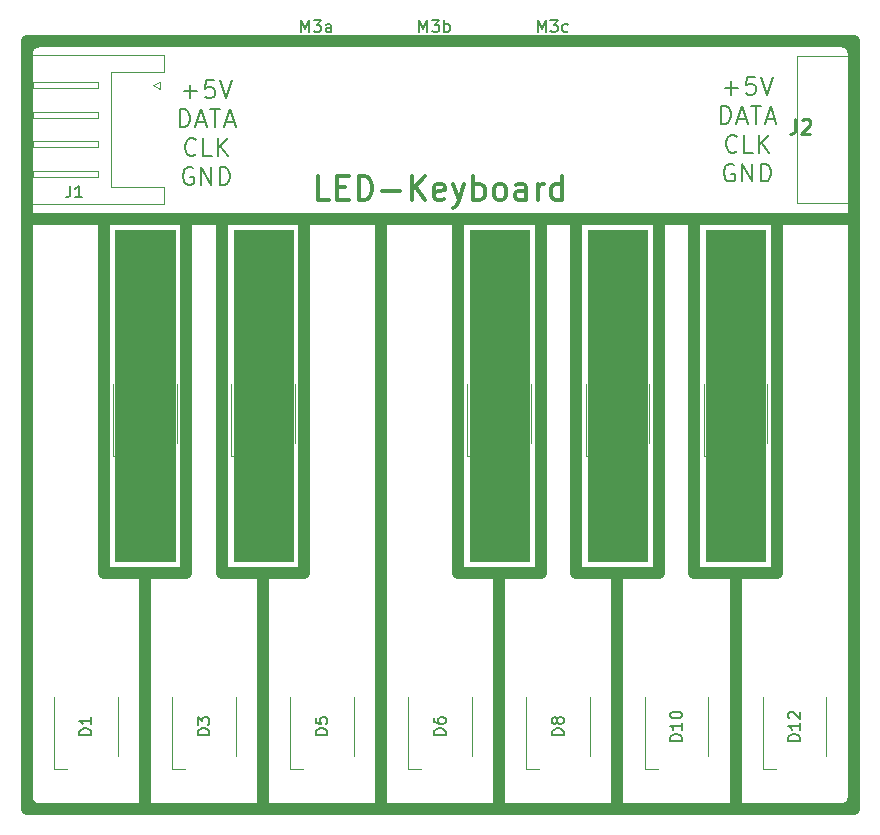
<source format=gbr>
G04 #@! TF.GenerationSoftware,KiCad,Pcbnew,(5.1.0)-1*
G04 #@! TF.CreationDate,2019-08-05T10:11:54+09:00*
G04 #@! TF.ProjectId,APA102,41504131-3032-42e6-9b69-6361645f7063,rev?*
G04 #@! TF.SameCoordinates,Original*
G04 #@! TF.FileFunction,Legend,Top*
G04 #@! TF.FilePolarity,Positive*
%FSLAX46Y46*%
G04 Gerber Fmt 4.6, Leading zero omitted, Abs format (unit mm)*
G04 Created by KiCad (PCBNEW (5.1.0)-1) date 2019-08-05 10:11:54*
%MOMM*%
%LPD*%
G04 APERTURE LIST*
%ADD10C,1.000000*%
%ADD11C,0.200000*%
%ADD12C,0.300000*%
%ADD13C,0.100000*%
%ADD14C,0.120000*%
%ADD15C,0.150000*%
%ADD16C,0.254000*%
G04 APERTURE END LIST*
D10*
X156500000Y-45000000D02*
X156500000Y-75000000D01*
D11*
X159071428Y-33932142D02*
X160214285Y-33932142D01*
X159642857Y-34503571D02*
X159642857Y-33360714D01*
X161642857Y-33003571D02*
X160928571Y-33003571D01*
X160857142Y-33717857D01*
X160928571Y-33646428D01*
X161071428Y-33575000D01*
X161428571Y-33575000D01*
X161571428Y-33646428D01*
X161642857Y-33717857D01*
X161714285Y-33860714D01*
X161714285Y-34217857D01*
X161642857Y-34360714D01*
X161571428Y-34432142D01*
X161428571Y-34503571D01*
X161071428Y-34503571D01*
X160928571Y-34432142D01*
X160857142Y-34360714D01*
X162142857Y-33003571D02*
X162642857Y-34503571D01*
X163142857Y-33003571D01*
X158750000Y-36953571D02*
X158750000Y-35453571D01*
X159107142Y-35453571D01*
X159321428Y-35525000D01*
X159464285Y-35667857D01*
X159535714Y-35810714D01*
X159607142Y-36096428D01*
X159607142Y-36310714D01*
X159535714Y-36596428D01*
X159464285Y-36739285D01*
X159321428Y-36882142D01*
X159107142Y-36953571D01*
X158750000Y-36953571D01*
X160178571Y-36525000D02*
X160892857Y-36525000D01*
X160035714Y-36953571D02*
X160535714Y-35453571D01*
X161035714Y-36953571D01*
X161321428Y-35453571D02*
X162178571Y-35453571D01*
X161750000Y-36953571D02*
X161750000Y-35453571D01*
X162607142Y-36525000D02*
X163321428Y-36525000D01*
X162464285Y-36953571D02*
X162964285Y-35453571D01*
X163464285Y-36953571D01*
X160107142Y-39260714D02*
X160035714Y-39332142D01*
X159821428Y-39403571D01*
X159678571Y-39403571D01*
X159464285Y-39332142D01*
X159321428Y-39189285D01*
X159250000Y-39046428D01*
X159178571Y-38760714D01*
X159178571Y-38546428D01*
X159250000Y-38260714D01*
X159321428Y-38117857D01*
X159464285Y-37975000D01*
X159678571Y-37903571D01*
X159821428Y-37903571D01*
X160035714Y-37975000D01*
X160107142Y-38046428D01*
X161464285Y-39403571D02*
X160750000Y-39403571D01*
X160750000Y-37903571D01*
X161964285Y-39403571D02*
X161964285Y-37903571D01*
X162821428Y-39403571D02*
X162178571Y-38546428D01*
X162821428Y-37903571D02*
X161964285Y-38760714D01*
X159857142Y-40425000D02*
X159714285Y-40353571D01*
X159500000Y-40353571D01*
X159285714Y-40425000D01*
X159142857Y-40567857D01*
X159071428Y-40710714D01*
X159000000Y-40996428D01*
X159000000Y-41210714D01*
X159071428Y-41496428D01*
X159142857Y-41639285D01*
X159285714Y-41782142D01*
X159500000Y-41853571D01*
X159642857Y-41853571D01*
X159857142Y-41782142D01*
X159928571Y-41710714D01*
X159928571Y-41210714D01*
X159642857Y-41210714D01*
X160571428Y-41853571D02*
X160571428Y-40353571D01*
X161428571Y-41853571D01*
X161428571Y-40353571D01*
X162142857Y-41853571D02*
X162142857Y-40353571D01*
X162500000Y-40353571D01*
X162714285Y-40425000D01*
X162857142Y-40567857D01*
X162928571Y-40710714D01*
X163000000Y-40996428D01*
X163000000Y-41210714D01*
X162928571Y-41496428D01*
X162857142Y-41639285D01*
X162714285Y-41782142D01*
X162500000Y-41853571D01*
X162142857Y-41853571D01*
D10*
X120000000Y-45000000D02*
X130000000Y-45000000D01*
D11*
X113271428Y-34232142D02*
X114414285Y-34232142D01*
X113842857Y-34803571D02*
X113842857Y-33660714D01*
X115842857Y-33303571D02*
X115128571Y-33303571D01*
X115057142Y-34017857D01*
X115128571Y-33946428D01*
X115271428Y-33875000D01*
X115628571Y-33875000D01*
X115771428Y-33946428D01*
X115842857Y-34017857D01*
X115914285Y-34160714D01*
X115914285Y-34517857D01*
X115842857Y-34660714D01*
X115771428Y-34732142D01*
X115628571Y-34803571D01*
X115271428Y-34803571D01*
X115128571Y-34732142D01*
X115057142Y-34660714D01*
X116342857Y-33303571D02*
X116842857Y-34803571D01*
X117342857Y-33303571D01*
X112950000Y-37253571D02*
X112950000Y-35753571D01*
X113307142Y-35753571D01*
X113521428Y-35825000D01*
X113664285Y-35967857D01*
X113735714Y-36110714D01*
X113807142Y-36396428D01*
X113807142Y-36610714D01*
X113735714Y-36896428D01*
X113664285Y-37039285D01*
X113521428Y-37182142D01*
X113307142Y-37253571D01*
X112950000Y-37253571D01*
X114378571Y-36825000D02*
X115092857Y-36825000D01*
X114235714Y-37253571D02*
X114735714Y-35753571D01*
X115235714Y-37253571D01*
X115521428Y-35753571D02*
X116378571Y-35753571D01*
X115950000Y-37253571D02*
X115950000Y-35753571D01*
X116807142Y-36825000D02*
X117521428Y-36825000D01*
X116664285Y-37253571D02*
X117164285Y-35753571D01*
X117664285Y-37253571D01*
X114307142Y-39560714D02*
X114235714Y-39632142D01*
X114021428Y-39703571D01*
X113878571Y-39703571D01*
X113664285Y-39632142D01*
X113521428Y-39489285D01*
X113450000Y-39346428D01*
X113378571Y-39060714D01*
X113378571Y-38846428D01*
X113450000Y-38560714D01*
X113521428Y-38417857D01*
X113664285Y-38275000D01*
X113878571Y-38203571D01*
X114021428Y-38203571D01*
X114235714Y-38275000D01*
X114307142Y-38346428D01*
X115664285Y-39703571D02*
X114950000Y-39703571D01*
X114950000Y-38203571D01*
X116164285Y-39703571D02*
X116164285Y-38203571D01*
X117021428Y-39703571D02*
X116378571Y-38846428D01*
X117021428Y-38203571D02*
X116164285Y-39060714D01*
X114057142Y-40725000D02*
X113914285Y-40653571D01*
X113700000Y-40653571D01*
X113485714Y-40725000D01*
X113342857Y-40867857D01*
X113271428Y-41010714D01*
X113200000Y-41296428D01*
X113200000Y-41510714D01*
X113271428Y-41796428D01*
X113342857Y-41939285D01*
X113485714Y-42082142D01*
X113700000Y-42153571D01*
X113842857Y-42153571D01*
X114057142Y-42082142D01*
X114128571Y-42010714D01*
X114128571Y-41510714D01*
X113842857Y-41510714D01*
X114771428Y-42153571D02*
X114771428Y-40653571D01*
X115628571Y-42153571D01*
X115628571Y-40653571D01*
X116342857Y-42153571D02*
X116342857Y-40653571D01*
X116700000Y-40653571D01*
X116914285Y-40725000D01*
X117057142Y-40867857D01*
X117128571Y-41010714D01*
X117200000Y-41296428D01*
X117200000Y-41510714D01*
X117128571Y-41796428D01*
X117057142Y-41939285D01*
X116914285Y-42082142D01*
X116700000Y-42153571D01*
X116342857Y-42153571D01*
D10*
X100000000Y-31000000D02*
G75*
G02X101000000Y-30000000I1000000J0D01*
G01*
X169000000Y-30000000D02*
G75*
G02X170000000Y-31000000I0J-1000000D01*
G01*
X101000000Y-95000000D02*
G75*
G02X100000000Y-94000000I0J1000000D01*
G01*
X170000000Y-94000000D02*
G75*
G02X169000000Y-95000000I-1000000J0D01*
G01*
D12*
X125619047Y-43404761D02*
X124666666Y-43404761D01*
X124666666Y-41404761D01*
X126285714Y-42357142D02*
X126952380Y-42357142D01*
X127238095Y-43404761D02*
X126285714Y-43404761D01*
X126285714Y-41404761D01*
X127238095Y-41404761D01*
X128095238Y-43404761D02*
X128095238Y-41404761D01*
X128571428Y-41404761D01*
X128857142Y-41500000D01*
X129047619Y-41690476D01*
X129142857Y-41880952D01*
X129238095Y-42261904D01*
X129238095Y-42547619D01*
X129142857Y-42928571D01*
X129047619Y-43119047D01*
X128857142Y-43309523D01*
X128571428Y-43404761D01*
X128095238Y-43404761D01*
X130095238Y-42642857D02*
X131619047Y-42642857D01*
X132571428Y-43404761D02*
X132571428Y-41404761D01*
X133714285Y-43404761D02*
X132857142Y-42261904D01*
X133714285Y-41404761D02*
X132571428Y-42547619D01*
X135333333Y-43309523D02*
X135142857Y-43404761D01*
X134761904Y-43404761D01*
X134571428Y-43309523D01*
X134476190Y-43119047D01*
X134476190Y-42357142D01*
X134571428Y-42166666D01*
X134761904Y-42071428D01*
X135142857Y-42071428D01*
X135333333Y-42166666D01*
X135428571Y-42357142D01*
X135428571Y-42547619D01*
X134476190Y-42738095D01*
X136095238Y-42071428D02*
X136571428Y-43404761D01*
X137047619Y-42071428D02*
X136571428Y-43404761D01*
X136380952Y-43880952D01*
X136285714Y-43976190D01*
X136095238Y-44071428D01*
X137809523Y-43404761D02*
X137809523Y-41404761D01*
X137809523Y-42166666D02*
X138000000Y-42071428D01*
X138380952Y-42071428D01*
X138571428Y-42166666D01*
X138666666Y-42261904D01*
X138761904Y-42452380D01*
X138761904Y-43023809D01*
X138666666Y-43214285D01*
X138571428Y-43309523D01*
X138380952Y-43404761D01*
X138000000Y-43404761D01*
X137809523Y-43309523D01*
X139904761Y-43404761D02*
X139714285Y-43309523D01*
X139619047Y-43214285D01*
X139523809Y-43023809D01*
X139523809Y-42452380D01*
X139619047Y-42261904D01*
X139714285Y-42166666D01*
X139904761Y-42071428D01*
X140190476Y-42071428D01*
X140380952Y-42166666D01*
X140476190Y-42261904D01*
X140571428Y-42452380D01*
X140571428Y-43023809D01*
X140476190Y-43214285D01*
X140380952Y-43309523D01*
X140190476Y-43404761D01*
X139904761Y-43404761D01*
X142285714Y-43404761D02*
X142285714Y-42357142D01*
X142190476Y-42166666D01*
X142000000Y-42071428D01*
X141619047Y-42071428D01*
X141428571Y-42166666D01*
X142285714Y-43309523D02*
X142095238Y-43404761D01*
X141619047Y-43404761D01*
X141428571Y-43309523D01*
X141333333Y-43119047D01*
X141333333Y-42928571D01*
X141428571Y-42738095D01*
X141619047Y-42642857D01*
X142095238Y-42642857D01*
X142285714Y-42547619D01*
X143238095Y-43404761D02*
X143238095Y-42071428D01*
X143238095Y-42452380D02*
X143333333Y-42261904D01*
X143428571Y-42166666D01*
X143619047Y-42071428D01*
X143809523Y-42071428D01*
X145333333Y-43404761D02*
X145333333Y-41404761D01*
X145333333Y-43309523D02*
X145142857Y-43404761D01*
X144761904Y-43404761D01*
X144571428Y-43309523D01*
X144476190Y-43214285D01*
X144380952Y-43023809D01*
X144380952Y-42452380D01*
X144476190Y-42261904D01*
X144571428Y-42166666D01*
X144761904Y-42071428D01*
X145142857Y-42071428D01*
X145333333Y-42166666D01*
D10*
X100000000Y-30000000D02*
X170000000Y-30000000D01*
D13*
G36*
X162500000Y-74000000D02*
G01*
X157500000Y-74000000D01*
X157500000Y-46000000D01*
X162500000Y-46000000D01*
X162500000Y-74000000D01*
G37*
X162500000Y-74000000D02*
X157500000Y-74000000D01*
X157500000Y-46000000D01*
X162500000Y-46000000D01*
X162500000Y-74000000D01*
G36*
X152500000Y-74000000D02*
G01*
X147500000Y-74000000D01*
X147500000Y-46000000D01*
X152500000Y-46000000D01*
X152500000Y-74000000D01*
G37*
X152500000Y-74000000D02*
X147500000Y-74000000D01*
X147500000Y-46000000D01*
X152500000Y-46000000D01*
X152500000Y-74000000D01*
G36*
X142500000Y-74000000D02*
G01*
X137500000Y-74000000D01*
X137500000Y-46000000D01*
X142500000Y-46000000D01*
X142500000Y-74000000D01*
G37*
X142500000Y-74000000D02*
X137500000Y-74000000D01*
X137500000Y-46000000D01*
X142500000Y-46000000D01*
X142500000Y-74000000D01*
G36*
X122500000Y-74000000D02*
G01*
X117500000Y-74000000D01*
X117500000Y-46000000D01*
X122500000Y-46000000D01*
X122500000Y-74000000D01*
G37*
X122500000Y-74000000D02*
X117500000Y-74000000D01*
X117500000Y-46000000D01*
X122500000Y-46000000D01*
X122500000Y-74000000D01*
G36*
X112500000Y-74000000D02*
G01*
X107500000Y-74000000D01*
X107500000Y-46000000D01*
X112500000Y-46000000D01*
X112500000Y-74000000D01*
G37*
X112500000Y-74000000D02*
X107500000Y-74000000D01*
X107500000Y-46000000D01*
X112500000Y-46000000D01*
X112500000Y-74000000D01*
D10*
X110000000Y-95000000D02*
X110000000Y-75000000D01*
X110000000Y-45000000D02*
X106500000Y-45000000D01*
X106500000Y-45000000D02*
X106500000Y-75000000D01*
X110000000Y-75000000D02*
X113500000Y-75000000D01*
X110000000Y-45000000D02*
X100000000Y-45000000D01*
X110000000Y-95000000D02*
X120000000Y-95000000D01*
X106500000Y-75000000D02*
X110000000Y-75000000D01*
X110000000Y-45000000D02*
X120000000Y-45000000D01*
D11*
X110000000Y-95000000D02*
X110000000Y-75000000D01*
D10*
X120000000Y-95000000D02*
X120000000Y-75000000D01*
X120000000Y-95000000D02*
X130000000Y-95000000D01*
D11*
X120000000Y-95000000D02*
X120000000Y-75000000D01*
X120000000Y-45000000D02*
X116500000Y-45000000D01*
D10*
X130000000Y-95000000D02*
X130000000Y-45000000D01*
D11*
X130000000Y-95000000D02*
X130000000Y-45000000D01*
D10*
X130000000Y-95000000D02*
X140000000Y-95000000D01*
X136500000Y-45000000D02*
X136500000Y-75000000D01*
X123500000Y-75000000D02*
X123500000Y-45000000D01*
X120000000Y-75000000D02*
X123500000Y-75000000D01*
X113500000Y-75000000D02*
X113500000Y-45000000D01*
X116500000Y-75000000D02*
X120000000Y-75000000D01*
X116500000Y-45000000D02*
X116500000Y-75000000D01*
X100000000Y-45000000D02*
X100000000Y-30000000D01*
X170000000Y-30000000D02*
X170000000Y-45000000D01*
X100000000Y-95000000D02*
X100000000Y-45000000D01*
X110000000Y-95000000D02*
X100000000Y-95000000D01*
X150000000Y-45000000D02*
X160000000Y-45000000D01*
X140000000Y-75000000D02*
X140000000Y-95000000D01*
D11*
X143500000Y-45000000D02*
X146500000Y-45000000D01*
D10*
X160000000Y-75000000D02*
X160000000Y-95000000D01*
X130000000Y-45000000D02*
X140000000Y-45000000D01*
D11*
X140000000Y-95000000D02*
X140000000Y-75000000D01*
D10*
X160000000Y-45000000D02*
X170000000Y-45000000D01*
D11*
X160000000Y-75000000D02*
X160000000Y-95000000D01*
D10*
X150000000Y-95000000D02*
X160000000Y-95000000D01*
X140000000Y-45000000D02*
X150000000Y-45000000D01*
X153500000Y-75000000D02*
X153500000Y-45000000D01*
X156500000Y-75000000D02*
X163500000Y-75000000D01*
X140000000Y-95000000D02*
X150000000Y-95000000D01*
X170000000Y-45000000D02*
X170000000Y-95000000D01*
X160000000Y-95000000D02*
X170000000Y-95000000D01*
X150000000Y-75000000D02*
X150000000Y-95000000D01*
X163500000Y-45000000D02*
X163500000Y-75000000D01*
X146500000Y-75000000D02*
X153500000Y-75000000D01*
X146500000Y-45000000D02*
X146500000Y-75000000D01*
X143500000Y-75000000D02*
X143500000Y-45000000D01*
X136500000Y-75000000D02*
X143500000Y-75000000D01*
D11*
X150000000Y-75000000D02*
X150000000Y-95000000D01*
D14*
X99890000Y-37450000D02*
X99890000Y-31140000D01*
X99890000Y-31140000D02*
X111610000Y-31140000D01*
X111610000Y-31140000D02*
X111610000Y-32560000D01*
X111610000Y-32560000D02*
X107110000Y-32560000D01*
X107110000Y-32560000D02*
X107110000Y-37450000D01*
X99890000Y-37450000D02*
X99890000Y-43760000D01*
X99890000Y-43760000D02*
X111610000Y-43760000D01*
X111610000Y-43760000D02*
X111610000Y-42340000D01*
X111610000Y-42340000D02*
X107110000Y-42340000D01*
X107110000Y-42340000D02*
X107110000Y-37450000D01*
X106000000Y-33450000D02*
X100500000Y-33450000D01*
X100500000Y-33450000D02*
X100500000Y-33950000D01*
X100500000Y-33950000D02*
X106000000Y-33950000D01*
X106000000Y-33950000D02*
X106000000Y-33450000D01*
X106000000Y-35950000D02*
X100500000Y-35950000D01*
X100500000Y-35950000D02*
X100500000Y-36450000D01*
X100500000Y-36450000D02*
X106000000Y-36450000D01*
X106000000Y-36450000D02*
X106000000Y-35950000D01*
X106000000Y-38450000D02*
X100500000Y-38450000D01*
X100500000Y-38450000D02*
X100500000Y-38950000D01*
X100500000Y-38950000D02*
X106000000Y-38950000D01*
X106000000Y-38950000D02*
X106000000Y-38450000D01*
X106000000Y-40950000D02*
X100500000Y-40950000D01*
X100500000Y-40950000D02*
X100500000Y-41450000D01*
X100500000Y-41450000D02*
X106000000Y-41450000D01*
X106000000Y-41450000D02*
X106000000Y-40950000D01*
X110700000Y-33700000D02*
X111300000Y-33400000D01*
X111300000Y-33400000D02*
X111300000Y-34000000D01*
X111300000Y-34000000D02*
X110700000Y-33700000D01*
X102300000Y-91600000D02*
X102300000Y-85500000D01*
X103400000Y-91600000D02*
X102300000Y-91600000D01*
X107700000Y-85500000D02*
X107700000Y-90500000D01*
X112700000Y-59000000D02*
X112700000Y-64000000D01*
X108400000Y-65100000D02*
X107300000Y-65100000D01*
X107300000Y-65100000D02*
X107300000Y-59000000D01*
X112300000Y-91600000D02*
X112300000Y-85500000D01*
X113400000Y-91600000D02*
X112300000Y-91600000D01*
X117700000Y-85500000D02*
X117700000Y-90500000D01*
X122700000Y-59000000D02*
X122700000Y-64000000D01*
X118400000Y-65100000D02*
X117300000Y-65100000D01*
X117300000Y-65100000D02*
X117300000Y-59000000D01*
X122300000Y-91600000D02*
X122300000Y-85500000D01*
X123400000Y-91600000D02*
X122300000Y-91600000D01*
X127700000Y-85500000D02*
X127700000Y-90500000D01*
X137700000Y-85500000D02*
X137700000Y-90500000D01*
X133400000Y-91600000D02*
X132300000Y-91600000D01*
X132300000Y-91600000D02*
X132300000Y-85500000D01*
X137300000Y-65100000D02*
X137300000Y-59000000D01*
X138400000Y-65100000D02*
X137300000Y-65100000D01*
X142700000Y-59000000D02*
X142700000Y-64000000D01*
X147700000Y-85500000D02*
X147700000Y-90500000D01*
X143400000Y-91600000D02*
X142300000Y-91600000D01*
X142300000Y-91600000D02*
X142300000Y-85500000D01*
X147300000Y-65100000D02*
X147300000Y-59000000D01*
X148400000Y-65100000D02*
X147300000Y-65100000D01*
X152700000Y-59000000D02*
X152700000Y-64000000D01*
X157700000Y-85500000D02*
X157700000Y-90500000D01*
X153400000Y-91600000D02*
X152300000Y-91600000D01*
X152300000Y-91600000D02*
X152300000Y-85500000D01*
X157300000Y-65100000D02*
X157300000Y-59000000D01*
X158400000Y-65100000D02*
X157300000Y-65100000D01*
X162700000Y-59000000D02*
X162700000Y-64000000D01*
X167700000Y-85500000D02*
X167700000Y-90500000D01*
X163400000Y-91600000D02*
X162300000Y-91600000D01*
X162300000Y-91600000D02*
X162300000Y-85500000D01*
D13*
X165200000Y-43700000D02*
X165200000Y-31200000D01*
X165200000Y-31200000D02*
X170000000Y-31200000D01*
X170000000Y-31200000D02*
X170000000Y-43700000D01*
X170000000Y-43700000D02*
X165200000Y-43700000D01*
D15*
X133238095Y-29202380D02*
X133238095Y-28202380D01*
X133571428Y-28916666D01*
X133904761Y-28202380D01*
X133904761Y-29202380D01*
X134285714Y-28202380D02*
X134904761Y-28202380D01*
X134571428Y-28583333D01*
X134714285Y-28583333D01*
X134809523Y-28630952D01*
X134857142Y-28678571D01*
X134904761Y-28773809D01*
X134904761Y-29011904D01*
X134857142Y-29107142D01*
X134809523Y-29154761D01*
X134714285Y-29202380D01*
X134428571Y-29202380D01*
X134333333Y-29154761D01*
X134285714Y-29107142D01*
X135333333Y-29202380D02*
X135333333Y-28202380D01*
X135333333Y-28583333D02*
X135428571Y-28535714D01*
X135619047Y-28535714D01*
X135714285Y-28583333D01*
X135761904Y-28630952D01*
X135809523Y-28726190D01*
X135809523Y-29011904D01*
X135761904Y-29107142D01*
X135714285Y-29154761D01*
X135619047Y-29202380D01*
X135428571Y-29202380D01*
X135333333Y-29154761D01*
X123238095Y-29202380D02*
X123238095Y-28202380D01*
X123571428Y-28916666D01*
X123904761Y-28202380D01*
X123904761Y-29202380D01*
X124285714Y-28202380D02*
X124904761Y-28202380D01*
X124571428Y-28583333D01*
X124714285Y-28583333D01*
X124809523Y-28630952D01*
X124857142Y-28678571D01*
X124904761Y-28773809D01*
X124904761Y-29011904D01*
X124857142Y-29107142D01*
X124809523Y-29154761D01*
X124714285Y-29202380D01*
X124428571Y-29202380D01*
X124333333Y-29154761D01*
X124285714Y-29107142D01*
X125761904Y-29202380D02*
X125761904Y-28678571D01*
X125714285Y-28583333D01*
X125619047Y-28535714D01*
X125428571Y-28535714D01*
X125333333Y-28583333D01*
X125761904Y-29154761D02*
X125666666Y-29202380D01*
X125428571Y-29202380D01*
X125333333Y-29154761D01*
X125285714Y-29059523D01*
X125285714Y-28964285D01*
X125333333Y-28869047D01*
X125428571Y-28821428D01*
X125666666Y-28821428D01*
X125761904Y-28773809D01*
X143261904Y-29202380D02*
X143261904Y-28202380D01*
X143595238Y-28916666D01*
X143928571Y-28202380D01*
X143928571Y-29202380D01*
X144309523Y-28202380D02*
X144928571Y-28202380D01*
X144595238Y-28583333D01*
X144738095Y-28583333D01*
X144833333Y-28630952D01*
X144880952Y-28678571D01*
X144928571Y-28773809D01*
X144928571Y-29011904D01*
X144880952Y-29107142D01*
X144833333Y-29154761D01*
X144738095Y-29202380D01*
X144452380Y-29202380D01*
X144357142Y-29154761D01*
X144309523Y-29107142D01*
X145785714Y-29154761D02*
X145690476Y-29202380D01*
X145500000Y-29202380D01*
X145404761Y-29154761D01*
X145357142Y-29107142D01*
X145309523Y-29011904D01*
X145309523Y-28726190D01*
X145357142Y-28630952D01*
X145404761Y-28583333D01*
X145500000Y-28535714D01*
X145690476Y-28535714D01*
X145785714Y-28583333D01*
X103666666Y-42202380D02*
X103666666Y-42916666D01*
X103619047Y-43059523D01*
X103523809Y-43154761D01*
X103380952Y-43202380D01*
X103285714Y-43202380D01*
X104666666Y-43202380D02*
X104095238Y-43202380D01*
X104380952Y-43202380D02*
X104380952Y-42202380D01*
X104285714Y-42345238D01*
X104190476Y-42440476D01*
X104095238Y-42488095D01*
X105452380Y-88738095D02*
X104452380Y-88738095D01*
X104452380Y-88500000D01*
X104500000Y-88357142D01*
X104595238Y-88261904D01*
X104690476Y-88214285D01*
X104880952Y-88166666D01*
X105023809Y-88166666D01*
X105214285Y-88214285D01*
X105309523Y-88261904D01*
X105404761Y-88357142D01*
X105452380Y-88500000D01*
X105452380Y-88738095D01*
X105452380Y-87214285D02*
X105452380Y-87785714D01*
X105452380Y-87500000D02*
X104452380Y-87500000D01*
X104595238Y-87595238D01*
X104690476Y-87690476D01*
X104738095Y-87785714D01*
X110452380Y-62238095D02*
X109452380Y-62238095D01*
X109452380Y-62000000D01*
X109500000Y-61857142D01*
X109595238Y-61761904D01*
X109690476Y-61714285D01*
X109880952Y-61666666D01*
X110023809Y-61666666D01*
X110214285Y-61714285D01*
X110309523Y-61761904D01*
X110404761Y-61857142D01*
X110452380Y-62000000D01*
X110452380Y-62238095D01*
X109547619Y-61285714D02*
X109500000Y-61238095D01*
X109452380Y-61142857D01*
X109452380Y-60904761D01*
X109500000Y-60809523D01*
X109547619Y-60761904D01*
X109642857Y-60714285D01*
X109738095Y-60714285D01*
X109880952Y-60761904D01*
X110452380Y-61333333D01*
X110452380Y-60714285D01*
X115452380Y-88738095D02*
X114452380Y-88738095D01*
X114452380Y-88500000D01*
X114500000Y-88357142D01*
X114595238Y-88261904D01*
X114690476Y-88214285D01*
X114880952Y-88166666D01*
X115023809Y-88166666D01*
X115214285Y-88214285D01*
X115309523Y-88261904D01*
X115404761Y-88357142D01*
X115452380Y-88500000D01*
X115452380Y-88738095D01*
X114452380Y-87833333D02*
X114452380Y-87214285D01*
X114833333Y-87547619D01*
X114833333Y-87404761D01*
X114880952Y-87309523D01*
X114928571Y-87261904D01*
X115023809Y-87214285D01*
X115261904Y-87214285D01*
X115357142Y-87261904D01*
X115404761Y-87309523D01*
X115452380Y-87404761D01*
X115452380Y-87690476D01*
X115404761Y-87785714D01*
X115357142Y-87833333D01*
X120452380Y-62238095D02*
X119452380Y-62238095D01*
X119452380Y-62000000D01*
X119500000Y-61857142D01*
X119595238Y-61761904D01*
X119690476Y-61714285D01*
X119880952Y-61666666D01*
X120023809Y-61666666D01*
X120214285Y-61714285D01*
X120309523Y-61761904D01*
X120404761Y-61857142D01*
X120452380Y-62000000D01*
X120452380Y-62238095D01*
X119785714Y-60809523D02*
X120452380Y-60809523D01*
X119404761Y-61047619D02*
X120119047Y-61285714D01*
X120119047Y-60666666D01*
X125452380Y-88738095D02*
X124452380Y-88738095D01*
X124452380Y-88500000D01*
X124500000Y-88357142D01*
X124595238Y-88261904D01*
X124690476Y-88214285D01*
X124880952Y-88166666D01*
X125023809Y-88166666D01*
X125214285Y-88214285D01*
X125309523Y-88261904D01*
X125404761Y-88357142D01*
X125452380Y-88500000D01*
X125452380Y-88738095D01*
X124452380Y-87261904D02*
X124452380Y-87738095D01*
X124928571Y-87785714D01*
X124880952Y-87738095D01*
X124833333Y-87642857D01*
X124833333Y-87404761D01*
X124880952Y-87309523D01*
X124928571Y-87261904D01*
X125023809Y-87214285D01*
X125261904Y-87214285D01*
X125357142Y-87261904D01*
X125404761Y-87309523D01*
X125452380Y-87404761D01*
X125452380Y-87642857D01*
X125404761Y-87738095D01*
X125357142Y-87785714D01*
X135452380Y-88738095D02*
X134452380Y-88738095D01*
X134452380Y-88500000D01*
X134500000Y-88357142D01*
X134595238Y-88261904D01*
X134690476Y-88214285D01*
X134880952Y-88166666D01*
X135023809Y-88166666D01*
X135214285Y-88214285D01*
X135309523Y-88261904D01*
X135404761Y-88357142D01*
X135452380Y-88500000D01*
X135452380Y-88738095D01*
X134452380Y-87309523D02*
X134452380Y-87500000D01*
X134500000Y-87595238D01*
X134547619Y-87642857D01*
X134690476Y-87738095D01*
X134880952Y-87785714D01*
X135261904Y-87785714D01*
X135357142Y-87738095D01*
X135404761Y-87690476D01*
X135452380Y-87595238D01*
X135452380Y-87404761D01*
X135404761Y-87309523D01*
X135357142Y-87261904D01*
X135261904Y-87214285D01*
X135023809Y-87214285D01*
X134928571Y-87261904D01*
X134880952Y-87309523D01*
X134833333Y-87404761D01*
X134833333Y-87595238D01*
X134880952Y-87690476D01*
X134928571Y-87738095D01*
X135023809Y-87785714D01*
X140452380Y-62238095D02*
X139452380Y-62238095D01*
X139452380Y-62000000D01*
X139500000Y-61857142D01*
X139595238Y-61761904D01*
X139690476Y-61714285D01*
X139880952Y-61666666D01*
X140023809Y-61666666D01*
X140214285Y-61714285D01*
X140309523Y-61761904D01*
X140404761Y-61857142D01*
X140452380Y-62000000D01*
X140452380Y-62238095D01*
X139452380Y-61333333D02*
X139452380Y-60666666D01*
X140452380Y-61095238D01*
X145452380Y-88738095D02*
X144452380Y-88738095D01*
X144452380Y-88500000D01*
X144500000Y-88357142D01*
X144595238Y-88261904D01*
X144690476Y-88214285D01*
X144880952Y-88166666D01*
X145023809Y-88166666D01*
X145214285Y-88214285D01*
X145309523Y-88261904D01*
X145404761Y-88357142D01*
X145452380Y-88500000D01*
X145452380Y-88738095D01*
X144880952Y-87595238D02*
X144833333Y-87690476D01*
X144785714Y-87738095D01*
X144690476Y-87785714D01*
X144642857Y-87785714D01*
X144547619Y-87738095D01*
X144500000Y-87690476D01*
X144452380Y-87595238D01*
X144452380Y-87404761D01*
X144500000Y-87309523D01*
X144547619Y-87261904D01*
X144642857Y-87214285D01*
X144690476Y-87214285D01*
X144785714Y-87261904D01*
X144833333Y-87309523D01*
X144880952Y-87404761D01*
X144880952Y-87595238D01*
X144928571Y-87690476D01*
X144976190Y-87738095D01*
X145071428Y-87785714D01*
X145261904Y-87785714D01*
X145357142Y-87738095D01*
X145404761Y-87690476D01*
X145452380Y-87595238D01*
X145452380Y-87404761D01*
X145404761Y-87309523D01*
X145357142Y-87261904D01*
X145261904Y-87214285D01*
X145071428Y-87214285D01*
X144976190Y-87261904D01*
X144928571Y-87309523D01*
X144880952Y-87404761D01*
X150452380Y-62238095D02*
X149452380Y-62238095D01*
X149452380Y-62000000D01*
X149500000Y-61857142D01*
X149595238Y-61761904D01*
X149690476Y-61714285D01*
X149880952Y-61666666D01*
X150023809Y-61666666D01*
X150214285Y-61714285D01*
X150309523Y-61761904D01*
X150404761Y-61857142D01*
X150452380Y-62000000D01*
X150452380Y-62238095D01*
X150452380Y-61190476D02*
X150452380Y-61000000D01*
X150404761Y-60904761D01*
X150357142Y-60857142D01*
X150214285Y-60761904D01*
X150023809Y-60714285D01*
X149642857Y-60714285D01*
X149547619Y-60761904D01*
X149500000Y-60809523D01*
X149452380Y-60904761D01*
X149452380Y-61095238D01*
X149500000Y-61190476D01*
X149547619Y-61238095D01*
X149642857Y-61285714D01*
X149880952Y-61285714D01*
X149976190Y-61238095D01*
X150023809Y-61190476D01*
X150071428Y-61095238D01*
X150071428Y-60904761D01*
X150023809Y-60809523D01*
X149976190Y-60761904D01*
X149880952Y-60714285D01*
X155452380Y-89214285D02*
X154452380Y-89214285D01*
X154452380Y-88976190D01*
X154500000Y-88833333D01*
X154595238Y-88738095D01*
X154690476Y-88690476D01*
X154880952Y-88642857D01*
X155023809Y-88642857D01*
X155214285Y-88690476D01*
X155309523Y-88738095D01*
X155404761Y-88833333D01*
X155452380Y-88976190D01*
X155452380Y-89214285D01*
X155452380Y-87690476D02*
X155452380Y-88261904D01*
X155452380Y-87976190D02*
X154452380Y-87976190D01*
X154595238Y-88071428D01*
X154690476Y-88166666D01*
X154738095Y-88261904D01*
X154452380Y-87071428D02*
X154452380Y-86976190D01*
X154500000Y-86880952D01*
X154547619Y-86833333D01*
X154642857Y-86785714D01*
X154833333Y-86738095D01*
X155071428Y-86738095D01*
X155261904Y-86785714D01*
X155357142Y-86833333D01*
X155404761Y-86880952D01*
X155452380Y-86976190D01*
X155452380Y-87071428D01*
X155404761Y-87166666D01*
X155357142Y-87214285D01*
X155261904Y-87261904D01*
X155071428Y-87309523D01*
X154833333Y-87309523D01*
X154642857Y-87261904D01*
X154547619Y-87214285D01*
X154500000Y-87166666D01*
X154452380Y-87071428D01*
X160452380Y-62714285D02*
X159452380Y-62714285D01*
X159452380Y-62476190D01*
X159500000Y-62333333D01*
X159595238Y-62238095D01*
X159690476Y-62190476D01*
X159880952Y-62142857D01*
X160023809Y-62142857D01*
X160214285Y-62190476D01*
X160309523Y-62238095D01*
X160404761Y-62333333D01*
X160452380Y-62476190D01*
X160452380Y-62714285D01*
X160452380Y-61190476D02*
X160452380Y-61761904D01*
X160452380Y-61476190D02*
X159452380Y-61476190D01*
X159595238Y-61571428D01*
X159690476Y-61666666D01*
X159738095Y-61761904D01*
X160452380Y-60238095D02*
X160452380Y-60809523D01*
X160452380Y-60523809D02*
X159452380Y-60523809D01*
X159595238Y-60619047D01*
X159690476Y-60714285D01*
X159738095Y-60809523D01*
X165452380Y-89214285D02*
X164452380Y-89214285D01*
X164452380Y-88976190D01*
X164500000Y-88833333D01*
X164595238Y-88738095D01*
X164690476Y-88690476D01*
X164880952Y-88642857D01*
X165023809Y-88642857D01*
X165214285Y-88690476D01*
X165309523Y-88738095D01*
X165404761Y-88833333D01*
X165452380Y-88976190D01*
X165452380Y-89214285D01*
X165452380Y-87690476D02*
X165452380Y-88261904D01*
X165452380Y-87976190D02*
X164452380Y-87976190D01*
X164595238Y-88071428D01*
X164690476Y-88166666D01*
X164738095Y-88261904D01*
X164547619Y-87309523D02*
X164500000Y-87261904D01*
X164452380Y-87166666D01*
X164452380Y-86928571D01*
X164500000Y-86833333D01*
X164547619Y-86785714D01*
X164642857Y-86738095D01*
X164738095Y-86738095D01*
X164880952Y-86785714D01*
X165452380Y-87357142D01*
X165452380Y-86738095D01*
D16*
X165076666Y-36554523D02*
X165076666Y-37461666D01*
X165016190Y-37643095D01*
X164895238Y-37764047D01*
X164713809Y-37824523D01*
X164592857Y-37824523D01*
X165620952Y-36675476D02*
X165681428Y-36615000D01*
X165802380Y-36554523D01*
X166104761Y-36554523D01*
X166225714Y-36615000D01*
X166286190Y-36675476D01*
X166346666Y-36796428D01*
X166346666Y-36917380D01*
X166286190Y-37098809D01*
X165560476Y-37824523D01*
X166346666Y-37824523D01*
M02*

</source>
